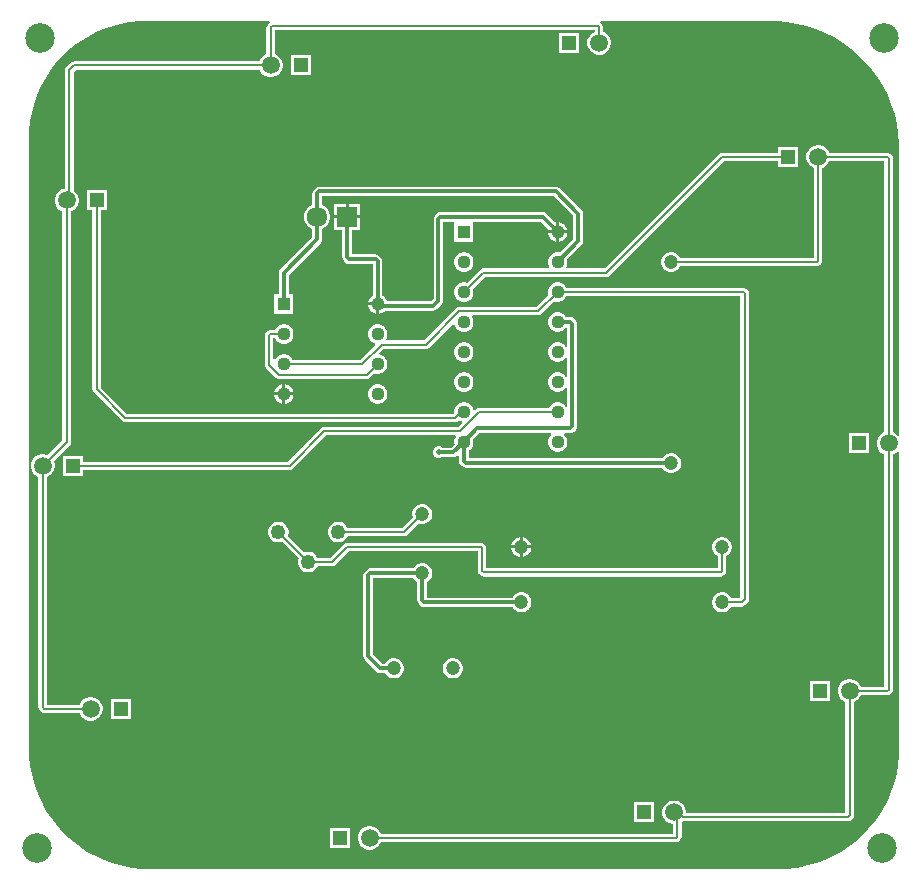
<source format=gtl>
G04*
G04 #@! TF.GenerationSoftware,Altium Limited,Altium Designer,23.1.1 (15)*
G04*
G04 Layer_Physical_Order=1*
G04 Layer_Color=255*
%FSLAX44Y44*%
%MOMM*%
G71*
G04*
G04 #@! TF.SameCoordinates,17E3469B-790B-4AC7-9BA7-D2CD019F83CE*
G04*
G04*
G04 #@! TF.FilePolarity,Positive*
G04*
G01*
G75*
%ADD11C,0.2000*%
%ADD25C,0.3000*%
%ADD26C,1.2000*%
%ADD27C,1.5000*%
%ADD28R,1.2000X1.2000*%
%ADD29R,1.1300X1.1300*%
%ADD30C,1.1300*%
%ADD31R,1.7250X1.7250*%
%ADD32C,1.7250*%
%ADD33C,1.2500*%
%ADD34C,2.5000*%
%ADD35C,0.5000*%
G36*
X109220Y712978D02*
X213806Y712978D01*
X214191Y711708D01*
X213786Y711437D01*
X212615Y710266D01*
X211841Y709108D01*
X211569Y707742D01*
Y685037D01*
X211278Y684958D01*
X208998Y683642D01*
X207136Y681780D01*
X205819Y679500D01*
X205741Y679209D01*
X48768D01*
X47402Y678937D01*
X46245Y678163D01*
X42144Y674063D01*
X41371Y672905D01*
X41099Y671540D01*
Y571339D01*
X38558Y570658D01*
X36278Y569342D01*
X34416Y567480D01*
X33100Y565200D01*
X32418Y562657D01*
Y560023D01*
X33100Y557480D01*
X34416Y555200D01*
X36278Y553338D01*
X38558Y552021D01*
X38849Y551943D01*
Y358348D01*
X26219Y345718D01*
X25958Y345868D01*
X23414Y346550D01*
X20782D01*
X18238Y345868D01*
X15958Y344552D01*
X14096Y342690D01*
X12780Y340410D01*
X12098Y337867D01*
Y335233D01*
X12780Y332690D01*
X14096Y330410D01*
X15958Y328548D01*
X18238Y327231D01*
X18529Y327153D01*
Y132080D01*
X18801Y130714D01*
X19575Y129557D01*
X20845Y128287D01*
X22002Y127513D01*
X23368Y127241D01*
X53341D01*
X53419Y126950D01*
X54736Y124670D01*
X56598Y122808D01*
X58878Y121491D01*
X61421Y120810D01*
X64054D01*
X66598Y121491D01*
X68878Y122808D01*
X70740Y124670D01*
X72056Y126950D01*
X72738Y129494D01*
Y132127D01*
X72056Y134670D01*
X70740Y136950D01*
X68878Y138812D01*
X66598Y140128D01*
X64054Y140810D01*
X61421D01*
X58878Y140128D01*
X56598Y138812D01*
X54736Y136950D01*
X53419Y134670D01*
X53341Y134379D01*
X25667D01*
Y327153D01*
X25958Y327231D01*
X28238Y328548D01*
X30100Y330410D01*
X31416Y332690D01*
X32098Y335233D01*
Y337867D01*
X31416Y340410D01*
X31266Y340671D01*
X44941Y354347D01*
X45715Y355504D01*
X45987Y356870D01*
Y551943D01*
X46278Y552021D01*
X48558Y553338D01*
X50420Y555200D01*
X51736Y557480D01*
X52418Y560023D01*
Y562657D01*
X51736Y565200D01*
X50420Y567480D01*
X48558Y569342D01*
X48236Y569528D01*
Y670061D01*
X50246Y672071D01*
X205741D01*
X205819Y671780D01*
X207136Y669500D01*
X208998Y667638D01*
X211278Y666321D01*
X213822Y665640D01*
X216455D01*
X218998Y666321D01*
X221278Y667638D01*
X223140Y669500D01*
X224457Y671780D01*
X225138Y674324D01*
Y676956D01*
X224457Y679500D01*
X223140Y681780D01*
X221278Y683642D01*
X218998Y684958D01*
X218707Y685037D01*
Y705345D01*
X489699D01*
Y704087D01*
X489408Y704008D01*
X487128Y702692D01*
X485266Y700830D01*
X483950Y698550D01*
X483268Y696006D01*
Y693373D01*
X483950Y690830D01*
X485266Y688550D01*
X487128Y686688D01*
X489408Y685371D01*
X491951Y684690D01*
X494585D01*
X497128Y685371D01*
X499408Y686688D01*
X501270Y688550D01*
X502587Y690830D01*
X503268Y693373D01*
Y696006D01*
X502587Y698550D01*
X501270Y700830D01*
X499408Y702692D01*
X497128Y704008D01*
X496837Y704087D01*
Y707742D01*
X496565Y709108D01*
X495791Y710266D01*
X494620Y711437D01*
X494215Y711708D01*
X494600Y712978D01*
X639318Y712978D01*
X639318Y712978D01*
X639318Y712978D01*
X643559Y712978D01*
X652016Y712312D01*
X660394Y710985D01*
X668643Y709005D01*
X676710Y706384D01*
X684547Y703138D01*
X692105Y699287D01*
X699338Y694855D01*
X706201Y689869D01*
X712651Y684360D01*
X718649Y678361D01*
X724158Y671911D01*
X729145Y665048D01*
X733577Y657815D01*
X737428Y650257D01*
X740674Y642420D01*
X743295Y634353D01*
X745275Y626104D01*
X746602Y617726D01*
X747268Y609269D01*
X747268Y605028D01*
X747268Y362648D01*
X745998Y362122D01*
X744518Y363602D01*
X742238Y364919D01*
X741947Y364997D01*
Y596900D01*
X741675Y598266D01*
X740901Y599423D01*
X739631Y600693D01*
X738474Y601467D01*
X737108Y601739D01*
X688085D01*
X688007Y602030D01*
X686690Y604310D01*
X684828Y606172D01*
X682548Y607489D01*
X680005Y608170D01*
X677372D01*
X674828Y607489D01*
X672548Y606172D01*
X670686Y604310D01*
X669370Y602030D01*
X668688Y599487D01*
Y596853D01*
X669370Y594310D01*
X670686Y592030D01*
X672548Y590168D01*
X674828Y588852D01*
X675119Y588773D01*
Y512659D01*
X561983D01*
X561030Y514309D01*
X559447Y515892D01*
X557509Y517011D01*
X555347Y517590D01*
X553109D01*
X550947Y517011D01*
X549009Y515892D01*
X547426Y514309D01*
X546307Y512371D01*
X545728Y510209D01*
Y507971D01*
X546307Y505809D01*
X547426Y503871D01*
X549009Y502288D01*
X550947Y501169D01*
X553109Y500590D01*
X555347D01*
X557509Y501169D01*
X559447Y502288D01*
X561030Y503871D01*
X561983Y505521D01*
X677516D01*
X678882Y505793D01*
X680040Y506567D01*
X681211Y507738D01*
X681985Y508896D01*
X682257Y510262D01*
Y588773D01*
X682548Y588852D01*
X684828Y590168D01*
X686690Y592030D01*
X688007Y594310D01*
X688085Y594601D01*
X734809D01*
Y364997D01*
X734518Y364919D01*
X732238Y363602D01*
X730376Y361740D01*
X729060Y359460D01*
X728378Y356917D01*
Y354283D01*
X729060Y351740D01*
X730376Y349460D01*
X732238Y347598D01*
X734518Y346282D01*
X734809Y346203D01*
Y149619D01*
X714755D01*
X714677Y149910D01*
X713360Y152190D01*
X711498Y154052D01*
X709218Y155368D01*
X706674Y156050D01*
X704042D01*
X701498Y155368D01*
X699218Y154052D01*
X697356Y152190D01*
X696040Y149910D01*
X695358Y147367D01*
Y144733D01*
X696040Y142190D01*
X697356Y139910D01*
X699218Y138048D01*
X701498Y136732D01*
X701789Y136653D01*
Y42965D01*
X566768D01*
Y44496D01*
X566087Y47040D01*
X564770Y49320D01*
X562908Y51182D01*
X560628Y52498D01*
X558084Y53180D01*
X555452D01*
X552908Y52498D01*
X550628Y51182D01*
X548766Y49320D01*
X547449Y47040D01*
X546768Y44496D01*
Y41863D01*
X547449Y39320D01*
X548766Y37040D01*
X550628Y35178D01*
X552908Y33861D01*
X555452Y33180D01*
X555836D01*
Y25159D01*
X308355D01*
X308277Y25450D01*
X306960Y27730D01*
X305098Y29592D01*
X302818Y30909D01*
X300275Y31590D01*
X297642D01*
X295098Y30909D01*
X292818Y29592D01*
X290956Y27730D01*
X289639Y25450D01*
X288958Y22906D01*
Y20273D01*
X289639Y17730D01*
X290956Y15450D01*
X292818Y13588D01*
X295098Y12271D01*
X297642Y11590D01*
X300275D01*
X302818Y12271D01*
X305098Y13588D01*
X306960Y15450D01*
X308277Y17730D01*
X308355Y18021D01*
X558233D01*
X559598Y18293D01*
X560756Y19067D01*
X561927Y20238D01*
X562701Y21396D01*
X562973Y22762D01*
Y34949D01*
X563994Y35843D01*
X564070Y35828D01*
X704186D01*
X705552Y36099D01*
X706710Y36873D01*
X707881Y38045D01*
X708655Y39202D01*
X708927Y40568D01*
Y136653D01*
X709218Y136732D01*
X711498Y138048D01*
X713360Y139910D01*
X714677Y142190D01*
X714755Y142481D01*
X737206D01*
X738572Y142753D01*
X739730Y143527D01*
X740901Y144698D01*
X741675Y145856D01*
X741947Y147222D01*
Y346203D01*
X742238Y346282D01*
X744518Y347598D01*
X745998Y349078D01*
X747268Y348552D01*
X747268Y97028D01*
X747268Y97028D01*
Y92037D01*
X746289Y82102D01*
X744342Y72311D01*
X741444Y62759D01*
X737624Y53536D01*
X732918Y44732D01*
X727372Y36432D01*
X721039Y28715D01*
X713981Y21656D01*
X706264Y15324D01*
X697964Y9778D01*
X689160Y5072D01*
X679937Y1252D01*
X670385Y-1646D01*
X660594Y-3593D01*
X650659Y-4572D01*
X112268D01*
X107276Y-4572D01*
X97342Y-3593D01*
X87551Y-1646D01*
X77998Y1252D01*
X68776Y5072D01*
X59972Y9778D01*
X51672Y15324D01*
X43955Y21657D01*
X36896Y28715D01*
X30563Y36432D01*
X25017Y44732D01*
X20312Y53536D01*
X16492Y62759D01*
X13594Y72312D01*
X11646Y82102D01*
X10668Y92037D01*
X10668Y97028D01*
X10668Y613229D01*
X10668Y614426D01*
X10668Y614426D01*
X10668Y614426D01*
X10668Y619267D01*
X11617Y628904D01*
X13506Y638401D01*
X16316Y647667D01*
X20022Y656613D01*
X24587Y665153D01*
X29966Y673204D01*
X36109Y680690D01*
X42956Y687537D01*
X50441Y693680D01*
X58492Y699059D01*
X67032Y703624D01*
X75978Y707329D01*
X85245Y710140D01*
X94742Y712029D01*
X104378Y712978D01*
X109220Y712978D01*
D02*
G37*
%LPC*%
G36*
X476368Y703190D02*
X459368D01*
Y686190D01*
X476368D01*
Y703190D01*
D02*
G37*
G36*
X249038Y684140D02*
X232038D01*
Y667140D01*
X249038D01*
Y684140D01*
D02*
G37*
G36*
X661788Y606670D02*
X644788D01*
Y601739D01*
X597408D01*
X596042Y601467D01*
X594885Y600693D01*
X497880Y503689D01*
X465693D01*
X464960Y504959D01*
X465633Y506124D01*
X466188Y508197D01*
Y510343D01*
X465911Y511376D01*
X478372Y523836D01*
X479256Y525159D01*
X479566Y526720D01*
X479566Y526720D01*
Y549910D01*
X479256Y551471D01*
X478372Y552794D01*
X478372Y552794D01*
X459322Y571844D01*
X457999Y572728D01*
X456438Y573038D01*
X456438Y573038D01*
X256266D01*
X256265Y573038D01*
X254705Y572728D01*
X253382Y571844D01*
X253382Y571844D01*
X251624Y570087D01*
X250740Y568763D01*
X250430Y567203D01*
X250430Y567202D01*
Y557795D01*
X250214Y557737D01*
X247677Y556272D01*
X245606Y554201D01*
X244141Y551664D01*
X243383Y548835D01*
Y545905D01*
X244141Y543076D01*
X245606Y540539D01*
X247677Y538468D01*
X250214Y537003D01*
X250430Y536945D01*
Y530009D01*
X223354Y502934D01*
X222470Y501611D01*
X222160Y500050D01*
X222160Y500050D01*
Y481860D01*
X218088D01*
Y465560D01*
X234388D01*
Y481860D01*
X230316D01*
Y498361D01*
X257392Y525436D01*
X257392Y525436D01*
X258276Y526759D01*
X258586Y528320D01*
Y536945D01*
X258802Y537003D01*
X261339Y538468D01*
X263410Y540539D01*
X264875Y543076D01*
X265633Y545905D01*
Y548835D01*
X264875Y551664D01*
X263410Y554201D01*
X261339Y556272D01*
X258802Y557737D01*
X258586Y557795D01*
Y564882D01*
X454749D01*
X471410Y548221D01*
Y528409D01*
X460144Y517143D01*
X459111Y517420D01*
X456965D01*
X454892Y516865D01*
X453034Y515792D01*
X451516Y514274D01*
X450443Y512416D01*
X449888Y510343D01*
Y508197D01*
X450443Y506124D01*
X451116Y504959D01*
X450383Y503689D01*
X394888D01*
X393522Y503417D01*
X392365Y502643D01*
X381312Y491591D01*
X379711Y492020D01*
X377565D01*
X375492Y491465D01*
X373634Y490392D01*
X372116Y488874D01*
X371043Y487016D01*
X370488Y484943D01*
Y482797D01*
X371043Y480724D01*
X372116Y478866D01*
X373634Y477348D01*
X375492Y476275D01*
X377565Y475720D01*
X379711D01*
X381784Y476275D01*
X383642Y477348D01*
X385160Y478866D01*
X386233Y480724D01*
X386788Y482797D01*
Y484943D01*
X386359Y486544D01*
X396366Y496551D01*
X499358D01*
X500724Y496823D01*
X501881Y497597D01*
X598886Y594601D01*
X644788D01*
Y589670D01*
X661788D01*
Y606670D01*
D02*
G37*
G36*
X445338Y551448D02*
X445338Y551448D01*
X358882D01*
X358882Y551448D01*
X357321Y551138D01*
X355998Y550254D01*
X355998Y550254D01*
X354241Y548497D01*
X353357Y547173D01*
X353046Y545613D01*
X353046Y545612D01*
Y478234D01*
X351078Y476265D01*
X313432D01*
X313270Y476871D01*
X312192Y478739D01*
X310667Y480264D01*
X309716Y480812D01*
Y509805D01*
X309716Y509805D01*
X309406Y511366D01*
X308522Y512689D01*
X308522Y512689D01*
X306765Y514446D01*
X305441Y515330D01*
X303881Y515641D01*
X303881Y515641D01*
X283986D01*
Y536205D01*
X291073D01*
Y546100D01*
X279908D01*
X268743D01*
Y536205D01*
X275830D01*
Y513320D01*
X275830Y513320D01*
X276140Y511759D01*
X277024Y510436D01*
X278782Y508679D01*
X278782Y508679D01*
X280105Y507795D01*
X281665Y507484D01*
X281665Y507484D01*
X301560D01*
Y480812D01*
X300609Y480264D01*
X299084Y478739D01*
X298006Y476871D01*
X297499Y474980D01*
X305638D01*
Y473710D01*
X306908D01*
Y465571D01*
X308799Y466078D01*
X310667Y467156D01*
X311619Y468108D01*
X352767D01*
X352767Y468108D01*
X354328Y468419D01*
X355651Y469303D01*
X360008Y473660D01*
X360892Y474983D01*
X361203Y476544D01*
X361203Y476544D01*
Y543292D01*
X369413D01*
X370488Y542820D01*
X370488Y542022D01*
Y526520D01*
X386788D01*
Y542022D01*
X386788Y542820D01*
X387863Y543292D01*
X443649D01*
X450132Y536808D01*
X449899Y535940D01*
X456768D01*
Y542809D01*
X455900Y542576D01*
X448222Y550254D01*
X446899Y551138D01*
X445338Y551448D01*
D02*
G37*
G36*
X291073Y558535D02*
X281178D01*
Y548640D01*
X291073D01*
Y558535D01*
D02*
G37*
G36*
X278638D02*
X268743D01*
Y548640D01*
X278638D01*
Y558535D01*
D02*
G37*
G36*
X459308Y542809D02*
Y535940D01*
X466177D01*
X465670Y537831D01*
X464592Y539699D01*
X463067Y541224D01*
X461199Y542302D01*
X459308Y542809D01*
D02*
G37*
G36*
X466177Y533400D02*
X459308D01*
Y526531D01*
X461199Y527038D01*
X463067Y528116D01*
X464592Y529641D01*
X465670Y531509D01*
X466177Y533400D01*
D02*
G37*
G36*
X456768D02*
X449899D01*
X450406Y531509D01*
X451484Y529641D01*
X453009Y528116D01*
X454877Y527038D01*
X456768Y526531D01*
Y533400D01*
D02*
G37*
G36*
X379711Y517420D02*
X377565D01*
X375492Y516865D01*
X373634Y515792D01*
X372116Y514274D01*
X371043Y512416D01*
X370488Y510343D01*
Y508197D01*
X371043Y506124D01*
X372116Y504266D01*
X373634Y502748D01*
X375492Y501675D01*
X377565Y501120D01*
X379711D01*
X381784Y501675D01*
X383642Y502748D01*
X385160Y504266D01*
X386233Y506124D01*
X386788Y508197D01*
Y510343D01*
X386233Y512416D01*
X385160Y514274D01*
X383642Y515792D01*
X381784Y516865D01*
X379711Y517420D01*
D02*
G37*
G36*
X304368Y472440D02*
X297499D01*
X298006Y470549D01*
X299084Y468681D01*
X300609Y467156D01*
X302477Y466078D01*
X304368Y465571D01*
Y472440D01*
D02*
G37*
G36*
X379711Y441220D02*
X377565D01*
X375492Y440665D01*
X373634Y439592D01*
X372116Y438074D01*
X371043Y436216D01*
X370488Y434143D01*
Y431997D01*
X371043Y429924D01*
X372116Y428066D01*
X373634Y426548D01*
X375492Y425475D01*
X377565Y424920D01*
X379711D01*
X381784Y425475D01*
X383642Y426548D01*
X385160Y428066D01*
X386233Y429924D01*
X386788Y431997D01*
Y434143D01*
X386233Y436216D01*
X385160Y438074D01*
X383642Y439592D01*
X381784Y440665D01*
X379711Y441220D01*
D02*
G37*
G36*
Y415820D02*
X377565D01*
X375492Y415265D01*
X373634Y414192D01*
X372116Y412674D01*
X371043Y410816D01*
X370488Y408743D01*
Y406597D01*
X371043Y404524D01*
X372116Y402666D01*
X373634Y401148D01*
X375492Y400075D01*
X377565Y399520D01*
X379711D01*
X381784Y400075D01*
X383642Y401148D01*
X385160Y402666D01*
X386233Y404524D01*
X386788Y406597D01*
Y408743D01*
X386233Y410816D01*
X385160Y412674D01*
X383642Y414192D01*
X381784Y415265D01*
X379711Y415820D01*
D02*
G37*
G36*
X227508Y405649D02*
Y398780D01*
X234377D01*
X233870Y400671D01*
X232792Y402539D01*
X231267Y404064D01*
X229399Y405142D01*
X227508Y405649D01*
D02*
G37*
G36*
X224968D02*
X223077Y405142D01*
X221209Y404064D01*
X219684Y402539D01*
X218606Y400671D01*
X218099Y398780D01*
X224968D01*
Y405649D01*
D02*
G37*
G36*
X234377Y396240D02*
X227508D01*
Y389371D01*
X229399Y389878D01*
X231267Y390956D01*
X232792Y392481D01*
X233870Y394349D01*
X234377Y396240D01*
D02*
G37*
G36*
X224968D02*
X218099D01*
X218606Y394349D01*
X219684Y392481D01*
X221209Y390956D01*
X223077Y389878D01*
X224968Y389371D01*
Y396240D01*
D02*
G37*
G36*
X306711Y405660D02*
X304565D01*
X302492Y405105D01*
X300634Y404032D01*
X299116Y402514D01*
X298043Y400656D01*
X297488Y398583D01*
Y396437D01*
X298043Y394364D01*
X299116Y392506D01*
X300634Y390988D01*
X302492Y389915D01*
X304565Y389360D01*
X306711D01*
X308784Y389915D01*
X310642Y390988D01*
X312160Y392506D01*
X313233Y394364D01*
X313788Y396437D01*
Y398583D01*
X313233Y400656D01*
X312160Y402514D01*
X310642Y404032D01*
X308784Y405105D01*
X306711Y405660D01*
D02*
G37*
G36*
X76318Y569840D02*
X59318D01*
Y552840D01*
X64249D01*
Y401320D01*
X64521Y399954D01*
X65295Y398797D01*
X89425Y374667D01*
X90582Y373893D01*
X91948Y373621D01*
X371485D01*
X372851Y373893D01*
X374008Y374667D01*
X374557Y375215D01*
X375492Y374675D01*
X376792Y374327D01*
X377172Y372910D01*
X373850Y369589D01*
X260620D01*
X259254Y369317D01*
X258096Y368543D01*
X229672Y340119D01*
X55998D01*
Y345050D01*
X38998D01*
Y328050D01*
X55998D01*
Y332981D01*
X231150D01*
X232515Y333253D01*
X233673Y334027D01*
X262098Y362451D01*
X370983D01*
X371716Y361181D01*
X371043Y360016D01*
X370488Y357943D01*
Y355797D01*
X370765Y354764D01*
X368059Y352058D01*
X360371D01*
X360210Y352219D01*
X358373Y352980D01*
X356383D01*
X354546Y352219D01*
X353139Y350812D01*
X352378Y348975D01*
Y346985D01*
X353139Y345148D01*
X354546Y343741D01*
X356383Y342980D01*
X358373D01*
X360210Y343741D01*
X360371Y343902D01*
X369748D01*
X369748Y343902D01*
X371309Y344212D01*
X372632Y345096D01*
X373386Y345851D01*
X374560Y345365D01*
Y340848D01*
X374560Y340847D01*
X374870Y339287D01*
X375754Y337963D01*
X377511Y336206D01*
X377511Y336206D01*
X378835Y335322D01*
X380395Y335012D01*
X380396Y335012D01*
X546768D01*
X547426Y333871D01*
X549009Y332288D01*
X550947Y331169D01*
X553109Y330590D01*
X555347D01*
X557509Y331169D01*
X559447Y332288D01*
X561030Y333871D01*
X562149Y335809D01*
X562728Y337971D01*
Y340209D01*
X562149Y342371D01*
X561030Y344309D01*
X559447Y345892D01*
X557509Y347011D01*
X555347Y347590D01*
X553109D01*
X550947Y347011D01*
X549009Y345892D01*
X547426Y344309D01*
X546768Y343168D01*
X382716D01*
Y349814D01*
X383642Y350348D01*
X385160Y351866D01*
X386233Y353724D01*
X386788Y355797D01*
Y357943D01*
X386511Y358976D01*
X391823Y364287D01*
X452133D01*
X452659Y363017D01*
X451516Y361874D01*
X450443Y360016D01*
X449888Y357943D01*
Y355797D01*
X450443Y353724D01*
X451516Y351866D01*
X453034Y350348D01*
X454892Y349275D01*
X456965Y348720D01*
X459111D01*
X461184Y349275D01*
X463042Y350348D01*
X464560Y351866D01*
X465633Y353724D01*
X466188Y355797D01*
Y357943D01*
X465633Y360016D01*
X464560Y361874D01*
X463417Y363017D01*
X463943Y364287D01*
X468651D01*
X468651Y364287D01*
X470211Y364598D01*
X471535Y365482D01*
X473292Y367239D01*
X473292Y367239D01*
X474176Y368562D01*
X474486Y370123D01*
X474486Y370123D01*
Y456712D01*
X474486Y456713D01*
X474176Y458273D01*
X473292Y459596D01*
X473292Y459596D01*
X471535Y461354D01*
X470211Y462238D01*
X468651Y462548D01*
X468651Y462548D01*
X465094D01*
X464560Y463474D01*
X463042Y464992D01*
X461184Y466065D01*
X459111Y466620D01*
X456965D01*
X454892Y466065D01*
X453034Y464992D01*
X451516Y463474D01*
X450443Y461616D01*
X449888Y459543D01*
Y457397D01*
X450443Y455324D01*
X451516Y453466D01*
X453034Y451948D01*
X454892Y450875D01*
X456965Y450320D01*
X459111D01*
X461184Y450875D01*
X463042Y451948D01*
X464560Y453466D01*
X465094Y454392D01*
X466330D01*
Y437548D01*
X465060Y437208D01*
X464560Y438074D01*
X463042Y439592D01*
X461184Y440665D01*
X459111Y441220D01*
X456965D01*
X454892Y440665D01*
X453034Y439592D01*
X451516Y438074D01*
X450443Y436216D01*
X449888Y434143D01*
Y431997D01*
X450443Y429924D01*
X451516Y428066D01*
X453034Y426548D01*
X454892Y425475D01*
X456965Y424920D01*
X459111D01*
X461184Y425475D01*
X463042Y426548D01*
X464560Y428066D01*
X465060Y428932D01*
X466330Y428591D01*
Y412149D01*
X465060Y411808D01*
X464560Y412674D01*
X463042Y414192D01*
X461184Y415265D01*
X459111Y415820D01*
X456965D01*
X454892Y415265D01*
X453034Y414192D01*
X451516Y412674D01*
X450443Y410816D01*
X449888Y408743D01*
Y406597D01*
X450443Y404524D01*
X451516Y402666D01*
X453034Y401148D01*
X454892Y400075D01*
X456965Y399520D01*
X459111D01*
X461184Y400075D01*
X463042Y401148D01*
X464560Y402666D01*
X465060Y403532D01*
X466330Y403191D01*
Y386749D01*
X465060Y386408D01*
X464560Y387274D01*
X463042Y388792D01*
X461184Y389865D01*
X459111Y390420D01*
X456965D01*
X454892Y389865D01*
X453034Y388792D01*
X451516Y387274D01*
X450687Y385839D01*
X391578D01*
X390212Y385567D01*
X389055Y384793D01*
X387998Y383736D01*
X386581Y384116D01*
X386233Y385416D01*
X385160Y387274D01*
X383642Y388792D01*
X381784Y389865D01*
X379711Y390420D01*
X377565D01*
X375492Y389865D01*
X373634Y388792D01*
X372116Y387274D01*
X371043Y385416D01*
X370488Y383343D01*
Y381240D01*
X370007Y380759D01*
X93426D01*
X71387Y402798D01*
Y552840D01*
X76318D01*
Y569840D01*
D02*
G37*
G36*
X721478Y364100D02*
X704478D01*
Y347100D01*
X721478D01*
Y364100D01*
D02*
G37*
G36*
X344527Y304410D02*
X342289D01*
X340127Y303831D01*
X338189Y302712D01*
X336606Y301129D01*
X335487Y299191D01*
X334908Y297029D01*
Y294791D01*
X335401Y292950D01*
X326690Y284239D01*
X280331D01*
X279290Y286043D01*
X277661Y287672D01*
X275665Y288824D01*
X273440Y289420D01*
X271136D01*
X268911Y288824D01*
X266915Y287672D01*
X265286Y286043D01*
X264134Y284047D01*
X263538Y281822D01*
Y279518D01*
X264134Y277293D01*
X265286Y275297D01*
X266915Y273668D01*
X268911Y272516D01*
X271136Y271920D01*
X273440D01*
X275665Y272516D01*
X277661Y273668D01*
X279290Y275297D01*
X280331Y277101D01*
X328168D01*
X329534Y277373D01*
X330691Y278147D01*
X340448Y287903D01*
X342289Y287410D01*
X344527D01*
X346689Y287989D01*
X348627Y289108D01*
X350210Y290691D01*
X351329Y292629D01*
X351908Y294791D01*
Y297029D01*
X351329Y299191D01*
X350210Y301129D01*
X348627Y302712D01*
X346689Y303831D01*
X344527Y304410D01*
D02*
G37*
G36*
X428498Y276471D02*
Y269240D01*
X435729D01*
X435186Y271266D01*
X434062Y273214D01*
X432472Y274804D01*
X430524Y275928D01*
X428498Y276471D01*
D02*
G37*
G36*
X425958D02*
X423932Y275928D01*
X421984Y274804D01*
X420394Y273214D01*
X419270Y271266D01*
X418727Y269240D01*
X425958D01*
Y276471D01*
D02*
G37*
G36*
X435729Y266700D02*
X428498D01*
Y259469D01*
X430524Y260012D01*
X432472Y261136D01*
X434062Y262726D01*
X435186Y264674D01*
X435729Y266700D01*
D02*
G37*
G36*
X425958D02*
X418727D01*
X419270Y264674D01*
X420394Y262726D01*
X421984Y261136D01*
X423932Y260012D01*
X425958Y259469D01*
Y266700D01*
D02*
G37*
G36*
X344527Y254410D02*
X342289D01*
X340127Y253831D01*
X338189Y252712D01*
X336606Y251129D01*
X335948Y249988D01*
X299445D01*
X299445Y249988D01*
X297885Y249678D01*
X296562Y248794D01*
X296562Y248794D01*
X294804Y247036D01*
X293920Y245713D01*
X293610Y244153D01*
X293610Y244153D01*
Y175260D01*
X293610Y175260D01*
X293920Y173699D01*
X294804Y172376D01*
X304964Y162216D01*
X304964Y162216D01*
X306287Y161332D01*
X307848Y161022D01*
X311818D01*
X312476Y159881D01*
X314059Y158298D01*
X315997Y157179D01*
X318159Y156600D01*
X320397D01*
X322559Y157179D01*
X324497Y158298D01*
X326080Y159881D01*
X327199Y161819D01*
X327778Y163981D01*
Y166219D01*
X327199Y168381D01*
X326080Y170319D01*
X324497Y171902D01*
X322559Y173021D01*
X320397Y173600D01*
X318159D01*
X315997Y173021D01*
X314059Y171902D01*
X312476Y170319D01*
X311818Y169178D01*
X309537D01*
X301766Y176949D01*
Y241832D01*
X335948D01*
X336606Y240691D01*
X338189Y239108D01*
X339330Y238450D01*
Y222738D01*
X339330Y222737D01*
X339640Y221177D01*
X340524Y219853D01*
X342281Y218096D01*
X342281Y218096D01*
X343605Y217212D01*
X345165Y216902D01*
X345165Y216902D01*
X419948D01*
X420606Y215761D01*
X422189Y214178D01*
X424127Y213059D01*
X426289Y212480D01*
X428527D01*
X430689Y213059D01*
X432627Y214178D01*
X434210Y215761D01*
X435329Y217699D01*
X435908Y219861D01*
Y222099D01*
X435329Y224261D01*
X434210Y226199D01*
X432627Y227782D01*
X430689Y228901D01*
X428527Y229480D01*
X426289D01*
X424127Y228901D01*
X422189Y227782D01*
X420606Y226199D01*
X419948Y225058D01*
X347486D01*
Y238450D01*
X348627Y239108D01*
X350210Y240691D01*
X351329Y242629D01*
X351908Y244791D01*
Y247029D01*
X351329Y249191D01*
X350210Y251129D01*
X348627Y252712D01*
X346689Y253831D01*
X344527Y254410D01*
D02*
G37*
G36*
X222640Y289420D02*
X220336D01*
X218111Y288824D01*
X216115Y287672D01*
X214486Y286043D01*
X213334Y284047D01*
X212738Y281822D01*
Y279518D01*
X213334Y277293D01*
X214486Y275297D01*
X216115Y273668D01*
X218111Y272516D01*
X220336Y271920D01*
X222640D01*
X224652Y272459D01*
X238677Y258434D01*
X238138Y256422D01*
Y254118D01*
X238734Y251893D01*
X239886Y249897D01*
X241515Y248268D01*
X243511Y247116D01*
X245736Y246520D01*
X248040D01*
X250265Y247116D01*
X252261Y248268D01*
X253890Y249897D01*
X254931Y251701D01*
X267208D01*
X268574Y251973D01*
X269731Y252747D01*
X281386Y264401D01*
X390639D01*
Y247552D01*
X390911Y246186D01*
X391685Y245028D01*
X392856Y243857D01*
X394014Y243083D01*
X395380Y242811D01*
X596056D01*
X597422Y243083D01*
X598580Y243857D01*
X599751Y245028D01*
X600525Y246186D01*
X600797Y247552D01*
Y260215D01*
X602447Y261168D01*
X604030Y262751D01*
X605149Y264689D01*
X605728Y266851D01*
Y269089D01*
X605149Y271251D01*
X604030Y273189D01*
X602447Y274772D01*
X600509Y275891D01*
X598347Y276470D01*
X596109D01*
X593947Y275891D01*
X592009Y274772D01*
X590426Y273189D01*
X589307Y271251D01*
X588728Y269089D01*
Y266851D01*
X589307Y264689D01*
X590426Y262751D01*
X592009Y261168D01*
X593659Y260215D01*
Y249949D01*
X397777D01*
Y266798D01*
X397505Y268164D01*
X396731Y269322D01*
X395560Y270493D01*
X394402Y271267D01*
X393036Y271539D01*
X279908D01*
X278542Y271267D01*
X277385Y270493D01*
X265730Y258839D01*
X254931D01*
X253890Y260643D01*
X252261Y262272D01*
X250265Y263424D01*
X248040Y264020D01*
X245736D01*
X243724Y263481D01*
X229699Y277506D01*
X230238Y279518D01*
Y281822D01*
X229642Y284047D01*
X228490Y286043D01*
X226861Y287672D01*
X224865Y288824D01*
X222640Y289420D01*
D02*
G37*
G36*
X459111Y492020D02*
X456965D01*
X454892Y491465D01*
X453034Y490392D01*
X451516Y488874D01*
X450443Y487016D01*
X449888Y484943D01*
Y482797D01*
X450317Y481196D01*
X440310Y471189D01*
X374848D01*
X373482Y470917D01*
X372325Y470143D01*
X344910Y442729D01*
X313293D01*
X312560Y443999D01*
X313233Y445164D01*
X313788Y447237D01*
Y449383D01*
X313233Y451456D01*
X312160Y453314D01*
X310642Y454832D01*
X308784Y455905D01*
X306711Y456460D01*
X304565D01*
X302492Y455905D01*
X300634Y454832D01*
X299116Y453314D01*
X298043Y451456D01*
X297488Y449383D01*
Y447237D01*
X298043Y445164D01*
X299116Y443306D01*
X300634Y441788D01*
X302492Y440715D01*
X303414Y440468D01*
X303793Y439052D01*
X291220Y426479D01*
X233589D01*
X232760Y427914D01*
X231242Y429432D01*
X229384Y430505D01*
X227311Y431060D01*
X225165D01*
X223092Y430505D01*
X221234Y429432D01*
X219716Y427914D01*
X219287Y427171D01*
X217597Y426728D01*
X217437Y426823D01*
Y444741D01*
X218888D01*
X219716Y443306D01*
X221234Y441788D01*
X223092Y440715D01*
X225165Y440160D01*
X227311D01*
X229384Y440715D01*
X231242Y441788D01*
X232760Y443306D01*
X233833Y445164D01*
X234388Y447237D01*
Y449383D01*
X233833Y451456D01*
X232760Y453314D01*
X231242Y454832D01*
X229384Y455905D01*
X227311Y456460D01*
X225165D01*
X223092Y455905D01*
X221234Y454832D01*
X219716Y453314D01*
X218888Y451879D01*
X215040D01*
X213674Y451607D01*
X212516Y450833D01*
X211345Y449662D01*
X210571Y448504D01*
X210299Y447138D01*
Y422340D01*
X210571Y420974D01*
X211345Y419817D01*
X219925Y411237D01*
X221082Y410463D01*
X222448Y410191D01*
X296488D01*
X297854Y410463D01*
X299011Y411237D01*
X302964Y415189D01*
X304565Y414760D01*
X306711D01*
X308784Y415315D01*
X310642Y416388D01*
X312160Y417906D01*
X313233Y419764D01*
X313788Y421837D01*
Y423983D01*
X313233Y426056D01*
X312160Y427914D01*
X310642Y429432D01*
X308784Y430505D01*
X307484Y430853D01*
X307104Y432270D01*
X310426Y435591D01*
X346388D01*
X347754Y435863D01*
X348911Y436637D01*
X369278Y457004D01*
X370695Y456624D01*
X371043Y455324D01*
X372116Y453466D01*
X373634Y451948D01*
X375492Y450875D01*
X377565Y450320D01*
X379711D01*
X381784Y450875D01*
X383642Y451948D01*
X385160Y453466D01*
X386233Y455324D01*
X386788Y457397D01*
Y459543D01*
X386233Y461616D01*
X385560Y462781D01*
X386293Y464051D01*
X441788D01*
X443154Y464323D01*
X444311Y465097D01*
X455364Y476149D01*
X456965Y475720D01*
X459111D01*
X461184Y476275D01*
X463042Y477348D01*
X464560Y478866D01*
X465388Y480301D01*
X612889D01*
Y224998D01*
X612440Y224549D01*
X605163D01*
X604210Y226199D01*
X602627Y227782D01*
X600689Y228901D01*
X598527Y229480D01*
X596289D01*
X594127Y228901D01*
X592189Y227782D01*
X590606Y226199D01*
X589487Y224261D01*
X588908Y222099D01*
Y219861D01*
X589487Y217699D01*
X590606Y215761D01*
X592189Y214178D01*
X594127Y213059D01*
X596289Y212480D01*
X598527D01*
X600689Y213059D01*
X602627Y214178D01*
X604210Y215761D01*
X605163Y217411D01*
X613918D01*
X615284Y217683D01*
X616441Y218457D01*
X618981Y220997D01*
X619755Y222154D01*
X620027Y223520D01*
Y482698D01*
X619755Y484064D01*
X618981Y485222D01*
X617810Y486393D01*
X616652Y487167D01*
X615286Y487439D01*
X465388D01*
X464560Y488874D01*
X463042Y490392D01*
X461184Y491465D01*
X459111Y492020D01*
D02*
G37*
G36*
X370397Y173600D02*
X368159D01*
X365997Y173021D01*
X364059Y171902D01*
X362476Y170319D01*
X361357Y168381D01*
X360778Y166219D01*
Y163981D01*
X361357Y161819D01*
X362476Y159881D01*
X364059Y158298D01*
X365997Y157179D01*
X368159Y156600D01*
X370397D01*
X372559Y157179D01*
X374497Y158298D01*
X376080Y159881D01*
X377199Y161819D01*
X377778Y163981D01*
Y166219D01*
X377199Y168381D01*
X376080Y170319D01*
X374497Y171902D01*
X372559Y173021D01*
X370397Y173600D01*
D02*
G37*
G36*
X688458Y154550D02*
X671458D01*
Y137550D01*
X688458D01*
Y154550D01*
D02*
G37*
G36*
X96638Y139310D02*
X79638D01*
Y122310D01*
X96638D01*
Y139310D01*
D02*
G37*
G36*
X539868Y51680D02*
X522868D01*
Y34680D01*
X539868D01*
Y51680D01*
D02*
G37*
G36*
X282058Y30090D02*
X265058D01*
Y13090D01*
X282058D01*
Y30090D01*
D02*
G37*
%LPD*%
D11*
X298958Y21590D02*
X558233D01*
X559404Y22762D02*
Y35508D01*
X558233Y21590D02*
X559404Y22762D01*
X678688Y598170D02*
X737108D01*
X738378Y147222D02*
Y596900D01*
X737108Y598170D02*
X738378Y596900D01*
X678688Y510262D02*
Y598170D01*
X216310Y708914D02*
X492096D01*
X493268Y707742D01*
X215138Y675640D02*
Y707742D01*
X493268Y694690D02*
Y707742D01*
X215138D02*
X216310Y708914D01*
X48768Y675640D02*
X215138D01*
X44668Y563590D02*
Y671540D01*
X48768Y675640D01*
X42418Y561340D02*
X44668Y563590D01*
X22098Y132080D02*
X23368Y130810D01*
X22098Y132080D02*
Y336550D01*
X23368Y130810D02*
X62738D01*
X677516Y509090D02*
X678688Y510262D01*
X597408Y598170D02*
X653288D01*
X499358Y500120D02*
X597408Y598170D01*
X554228Y509090D02*
X677516D01*
X215040Y448310D02*
X226238D01*
X213868Y422340D02*
Y447138D01*
X215040Y448310D01*
X213868Y422340D02*
X222448Y413760D01*
X226238Y422910D02*
X292698D01*
X308948Y439160D01*
X705358Y146050D02*
X737206D01*
X738378Y147222D01*
X705358Y40568D02*
Y146050D01*
X564070Y39396D02*
X704186D01*
X705358Y40568D01*
X562773Y40693D02*
X564070Y39396D01*
X559255Y40693D02*
X562773D01*
X556768Y43180D02*
X559255Y40693D01*
Y35657D02*
Y40693D01*
Y35657D02*
X559404Y35508D01*
X394208Y247552D02*
X395380Y246380D01*
X596056D01*
X279908Y267970D02*
X393036D01*
X394208Y266798D01*
Y247552D02*
Y266798D01*
X246888Y255270D02*
X267208D01*
X279908Y267970D01*
X597228Y247552D02*
Y267970D01*
X596056Y246380D02*
X597228Y247552D01*
X221488Y280670D02*
X246888Y255270D01*
X597408Y220980D02*
X613918D01*
X616458Y223520D01*
Y482698D01*
X458038Y483870D02*
X615286D01*
X616458Y482698D01*
X394888Y500120D02*
X499358D01*
X42418Y356870D02*
Y561340D01*
X22098Y336550D02*
X42418Y356870D01*
X91948Y377190D02*
X371485D01*
X67818Y401320D02*
Y561340D01*
Y401320D02*
X91948Y377190D01*
X375328Y366020D02*
X391578Y382270D01*
X260620Y366020D02*
X375328D01*
X231150Y336550D02*
X260620Y366020D01*
X376565Y382270D02*
X378638D01*
X371485Y377190D02*
X376565Y382270D01*
X378638Y483870D02*
X394888Y500120D01*
X391578Y382270D02*
X458038D01*
X47498Y336550D02*
X231150D01*
X222448Y413760D02*
X296488D01*
X305638Y422910D01*
X374848Y467620D02*
X441788D01*
X346388Y439160D02*
X374848Y467620D01*
X308948Y439160D02*
X346388D01*
X441788Y467620D02*
X458038Y483870D01*
X328168Y280670D02*
X343408Y295910D01*
X272288Y280670D02*
X328168D01*
D25*
X468651Y458470D02*
X470408Y456713D01*
X458038Y458470D02*
X468651D01*
X390134Y368366D02*
X468651D01*
X470408Y370123D01*
Y456713D01*
X378638Y356870D02*
X390134Y368366D01*
X357378Y347980D02*
X369748D01*
X378638Y356870D01*
Y340847D02*
Y356870D01*
Y340847D02*
X380395Y339090D01*
X554228D01*
X305638Y473710D02*
Y509805D01*
X303881Y511562D02*
X305638Y509805D01*
X281665Y511562D02*
X303881D01*
X297688Y244153D02*
X299445Y245910D01*
X297688Y175260D02*
Y244153D01*
Y175260D02*
X307848Y165100D01*
X299445Y245910D02*
X343408D01*
Y222737D02*
X345165Y220980D01*
X427408D01*
X343408Y222737D02*
Y245910D01*
X279908Y513320D02*
Y547370D01*
Y513320D02*
X281665Y511562D01*
X226238Y500050D02*
X254508Y528320D01*
Y547370D01*
X226238Y473710D02*
Y500050D01*
X254508Y547370D02*
Y567203D01*
X456438Y568960D02*
X475488Y549910D01*
X254508Y567203D02*
X256265Y568960D01*
X456438D01*
X475488Y526720D02*
Y549910D01*
X458038Y509270D02*
X475488Y526720D01*
X307161Y472187D02*
X352767D01*
X357125Y476544D01*
Y545613D01*
X307848Y165100D02*
X319278D01*
X358882Y547370D02*
X445338D01*
X357125Y545613D02*
X358882Y547370D01*
X305638Y473710D02*
X307161Y472187D01*
X445338Y547370D02*
X458038Y534670D01*
X226238Y397510D02*
X227838D01*
D26*
X597408Y220980D02*
D03*
X427408D02*
D03*
X597228Y267970D02*
D03*
X427228D02*
D03*
X319278Y165100D02*
D03*
X369278D02*
D03*
X343408Y245910D02*
D03*
Y295910D02*
D03*
X554228Y339090D02*
D03*
Y509090D02*
D03*
D27*
X705358Y146050D02*
D03*
X556768Y43180D02*
D03*
X298958Y21590D02*
D03*
X62738Y130810D02*
D03*
X22098Y336550D02*
D03*
X42418Y561340D02*
D03*
X215138Y675640D02*
D03*
X493268Y694690D02*
D03*
X678688Y598170D02*
D03*
X738378Y355600D02*
D03*
D28*
X679958Y146050D02*
D03*
X531368Y43180D02*
D03*
X273558Y21590D02*
D03*
X88138Y130810D02*
D03*
X47498Y336550D02*
D03*
X67818Y561340D02*
D03*
X240538Y675640D02*
D03*
X467868Y694690D02*
D03*
X653288Y598170D02*
D03*
X712978Y355600D02*
D03*
D29*
X378638Y534670D02*
D03*
X226238Y473710D02*
D03*
D30*
X378638Y509270D02*
D03*
Y483870D02*
D03*
Y458470D02*
D03*
Y433070D02*
D03*
Y407670D02*
D03*
Y382270D02*
D03*
Y356870D02*
D03*
X458038D02*
D03*
Y382270D02*
D03*
Y407670D02*
D03*
Y433070D02*
D03*
Y458470D02*
D03*
Y483870D02*
D03*
Y509270D02*
D03*
Y534670D02*
D03*
X305638Y473710D02*
D03*
Y448310D02*
D03*
Y422910D02*
D03*
Y397510D02*
D03*
X226238D02*
D03*
Y422910D02*
D03*
Y448310D02*
D03*
D31*
X279908Y547370D02*
D03*
D32*
X254508D02*
D03*
D33*
X272288Y280670D02*
D03*
X246888Y255270D02*
D03*
X221488Y280670D02*
D03*
D34*
X17018Y13208D02*
D03*
X732790D02*
D03*
X734568Y698754D02*
D03*
X19812D02*
D03*
D35*
X357378Y347980D02*
D03*
M02*

</source>
